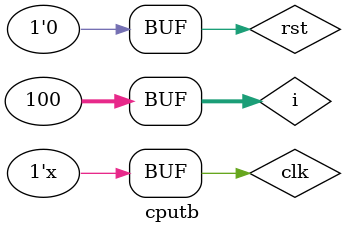
<source format=v>

`include "cpu.v"

module cputb;

    integer i;
    reg clk;
    reg rst;
    reg [63:0] data_m2c;
    wire [63:0] data_c2m;
    wire [7:0] data_mask;
    wire [27:0] data_addr;
    wire data_re;
    wire data_we;
    reg data_ready;

    initial begin

        $dumpvars;

        clk <= 0;
        rst <= 1;
        #10 clk <= 1;
        #10 clk <= 0;
        rst <= 0;

        for(i = 0; i < 100; i = i + 1) begin
            #10 clk <= ~clk;
        end
    end

    cpu dut(
        .clk(clk),
        .rst(rst),
        .ram_din(data_m2c),
        .ram_dout(data_c2m),
        .ram_mask(data_mask),
        .ram_addr(data_addr),
        .ram_we(data_we),
        .ram_re(data_re),
        .ram_ready(data_ready)
    );

    reg [63:0] ram [1:256];
    reg ram_wb;
    reg [63:0] ram_word;
    reg [27:0] ram_addr;
    always @(posedge clk) begin
        if (rst) begin
            data_ready <= 1;
            ram_wb = 0;
        end else if (data_re) begin
            data_ready <= 0;
            case (data_addr)
                0:          data_m2c <= 64'h1E12_1423_0000_0000;
                default:    data_m2c <= ram[data_addr];
            endcase
        end else if (data_we) begin
            data_ready <= 0;
            ram_wb <= 1;
            ram_addr <= data_addr;
        end else if (ram_wb) begin
            ram[ram_addr] <= ram_word;
            data_ready <= 1;
        end else begin
            data_ready <= 1;
        end
    end

    genvar j;
    for (j = 0; j < 8; j = j + 1) generate
        always @(posedge clk) begin
            if (data_we) begin
                if (data_mask[j]) begin
                    ram_word[j * 8 + 7:j * 8] = data_c2m[j * 8 + 7:j * 8];
                end else begin
                    ram_word[j * 8 + 7:j * 8] = ram[data_addr][j * 8 + 7:j * 8];
                end
            end
        end
    endgenerate

endmodule

</source>
